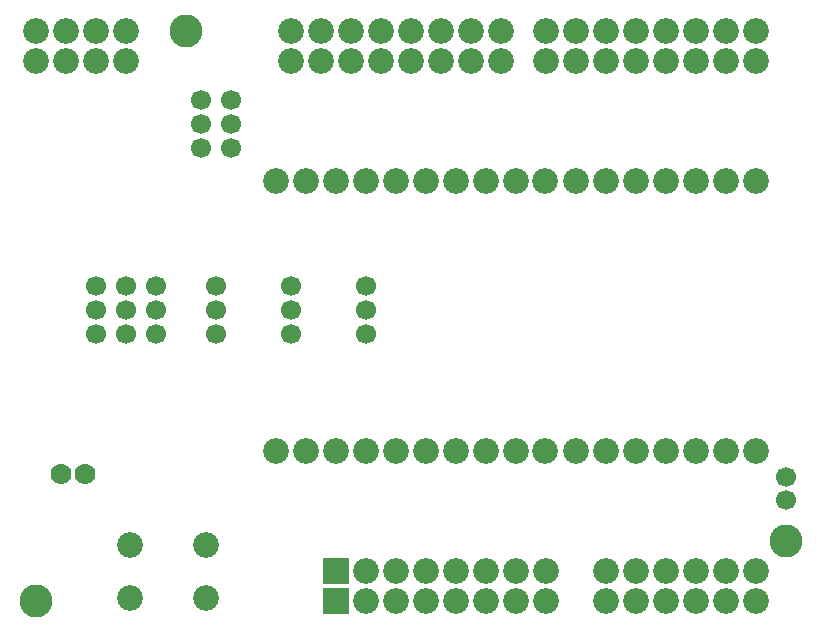
<source format=gbr>
G04 GERBER ASCII OUTPUT FROM: EDWINXP (VER. 1.61 REV. 20080315)*
G04 GERBER FORMAT: RX-274-X*
G04 BOARD: AMICUS_BLUETOOTH_SHIELD*
G04 ARTWORK OF SOLD.MASK POSITIVE*
%ASAXBY*%
%FSLAX23Y23*%
%MIA0B0*%
%MOIN*%
%OFA0.0000B0.0000*%
%SFA1B1*%
%IJA0B0*%
%INLAYER30POS*%
%IOA0B0*%
%IPPOS*%
%IR0*%
G04 APERTURE MACROS*
%AMEDWDONUT*
1,1,$1,$2,$3*
1,0,$4,$2,$3*
%
%AMEDWFRECT*
20,1,$1,$2,$3,$4,$5,$6*
%
%AMEDWORECT*
20,1,$1,$2,$3,$4,$5,$10*
20,1,$1,$4,$5,$6,$7,$10*
20,1,$1,$6,$7,$8,$9,$10*
20,1,$1,$8,$9,$2,$3,$10*
1,1,$1,$2,$3*
1,1,$1,$4,$5*
1,1,$1,$6,$7*
1,1,$1,$8,$9*
%
%AMEDWLINER*
20,1,$1,$2,$3,$4,$5,$6*
1,1,$1,$2,$3*
1,1,$1,$4,$5*
%
%AMEDWFTRNG*
4,1,3,$1,$2,$3,$4,$5,$6,$7,$8,$9*
%
%AMEDWATRNG*
4,1,3,$1,$2,$3,$4,$5,$6,$7,$8,$9*
20,1,$11,$1,$2,$3,$4,$10*
20,1,$11,$3,$4,$5,$6,$10*
20,1,$11,$5,$6,$7,$8,$10*
1,1,$11,$3,$4*
1,1,$11,$5,$6*
1,1,$11,$7,$8*
%
%AMEDWOTRNG*
20,1,$1,$2,$3,$4,$5,$8*
20,1,$1,$4,$5,$6,$7,$8*
20,1,$1,$6,$7,$2,$3,$8*
1,1,$1,$2,$3*
1,1,$1,$4,$5*
1,1,$1,$6,$7*
%
G04*
G04 APERTURE LIST*
%ADD10R,0.0500X0.0580*%
%ADD11R,0.0740X0.0820*%
%ADD12R,0.0400X0.0480*%
%ADD13R,0.0640X0.0720*%
%ADD14R,0.04724X0.05906*%
%ADD15R,0.07124X0.08306*%
%ADD16R,0.03937X0.05118*%
%ADD17R,0.06337X0.07518*%
%ADD18R,0.0860X0.0860*%
%ADD19R,0.1100X0.1100*%
%ADD20R,0.0700X0.0700*%
%ADD21R,0.0940X0.0940*%
%ADD22R,0.0700X0.0650*%
%ADD23R,0.0940X0.0890*%
%ADD24R,0.0600X0.0550*%
%ADD25R,0.0840X0.0790*%
%ADD26R,0.0650X0.0700*%
%ADD27R,0.0890X0.0940*%
%ADD28R,0.0550X0.0600*%
%ADD29R,0.0790X0.0840*%
%ADD30R,0.04724X0.06693*%
%ADD31R,0.07124X0.09093*%
%ADD32R,0.03937X0.05906*%
%ADD33R,0.06337X0.08306*%
%ADD34C,0.00039*%
%ADD36C,0.0010*%
%ADD38C,0.00118*%
%ADD40C,0.0020*%
%ADD41R,0.0020X0.0020*%
%ADD42C,0.00201*%
%ADD43R,0.00201X0.00201*%
%ADD44C,0.00259*%
%ADD45R,0.00259X0.00259*%
%ADD46C,0.0030*%
%ADD47R,0.0030X0.0030*%
%ADD48C,0.0040*%
%ADD49R,0.0040X0.0040*%
%ADD50C,0.00472*%
%ADD52C,0.0050*%
%ADD53R,0.0050X0.0050*%
%ADD54C,0.00512*%
%ADD55R,0.00512X0.00512*%
%ADD56C,0.00515*%
%ADD57R,0.00515X0.00515*%
%ADD58C,0.00551*%
%ADD59R,0.00551X0.00551*%
%ADD60C,0.00591*%
%ADD61R,0.00591X0.00591*%
%ADD62C,0.00616*%
%ADD63R,0.00616X0.00616*%
%ADD64C,0.00659*%
%ADD65R,0.00659X0.00659*%
%ADD66C,0.00672*%
%ADD67R,0.00672X0.00672*%
%ADD68C,0.00687*%
%ADD69R,0.00687X0.00687*%
%ADD70C,0.00787*%
%ADD71R,0.00787X0.00787*%
%ADD72C,0.00799*%
%ADD74C,0.0080*%
%ADD76C,0.00838*%
%ADD77R,0.00838X0.00838*%
%ADD78C,0.00928*%
%ADD79R,0.00928X0.00928*%
%ADD80C,0.00945*%
%ADD82C,0.00972*%
%ADD83R,0.00972X0.00972*%
%ADD84C,0.00984*%
%ADD85R,0.00984X0.00984*%
%ADD86C,0.0100*%
%ADD87R,0.0100X0.0100*%
%ADD88C,0.01115*%
%ADD89R,0.01115X0.01115*%
%ADD90C,0.01115*%
%ADD91R,0.01115X0.01115*%
%ADD92C,0.01181*%
%ADD94C,0.01187*%
%ADD95R,0.01187X0.01187*%
%ADD96C,0.0120*%
%ADD98C,0.01285*%
%ADD99R,0.01285X0.01285*%
%ADD100C,0.0130*%
%ADD102C,0.0130*%
%ADD103R,0.0130X0.0130*%
%ADD104C,0.01401*%
%ADD105R,0.01401X0.01401*%
%ADD106C,0.01428*%
%ADD107R,0.01428X0.01428*%
%ADD108C,0.0150*%
%ADD109R,0.0150X0.0150*%
%ADD110C,0.0157*%
%ADD111R,0.0157X0.0157*%
%ADD112C,0.0160*%
%ADD114C,0.01642*%
%ADD115R,0.01642X0.01642*%
%ADD116C,0.01713*%
%ADD117R,0.01713X0.01713*%
%ADD118C,0.01856*%
%ADD119R,0.01856X0.01856*%
%ADD120C,0.0187*%
%ADD121R,0.0187X0.0187*%
%ADD122C,0.01927*%
%ADD123R,0.01927X0.01927*%
%ADD124C,0.01969*%
%ADD125R,0.01969X0.01969*%
%ADD126C,0.0207*%
%ADD127R,0.0207X0.0207*%
%ADD128C,0.02094*%
%ADD129R,0.02094X0.02094*%
%ADD130C,0.02141*%
%ADD131R,0.02141X0.02141*%
%ADD132C,0.02284*%
%ADD133R,0.02284X0.02284*%
%ADD134C,0.02304*%
%ADD135R,0.02304X0.02304*%
%ADD136C,0.02355*%
%ADD137R,0.02355X0.02355*%
%ADD138C,0.02362*%
%ADD139R,0.02362X0.02362*%
%ADD140C,0.0240*%
%ADD141R,0.0240X0.0240*%
%ADD142C,0.0240*%
%ADD143R,0.0240X0.0240*%
%ADD144C,0.0250*%
%ADD145R,0.0250X0.0250*%
%ADD146C,0.02828*%
%ADD147R,0.02828X0.02828*%
%ADD148C,0.02855*%
%ADD149R,0.02855X0.02855*%
%ADD150C,0.0290*%
%ADD152C,0.02912*%
%ADD153R,0.02912X0.02912*%
%ADD154C,0.02926*%
%ADD155R,0.02926X0.02926*%
%ADD156C,0.02951*%
%ADD158C,0.02991*%
%ADD160C,0.0300*%
%ADD161R,0.0300X0.0300*%
%ADD162C,0.03038*%
%ADD163R,0.03038X0.03038*%
%ADD164C,0.03059*%
%ADD165R,0.03059X0.03059*%
%ADD166C,0.03099*%
%ADD167R,0.03099X0.03099*%
%ADD168C,0.03199*%
%ADD169R,0.03199X0.03199*%
%ADD170C,0.0320*%
%ADD171R,0.0320X0.0320*%
%ADD172C,0.03212*%
%ADD173R,0.03212X0.03212*%
%ADD174C,0.03238*%
%ADD175R,0.03238X0.03238*%
%ADD176C,0.03261*%
%ADD177R,0.03261X0.03261*%
%ADD178C,0.03272*%
%ADD179R,0.03272X0.03272*%
%ADD180C,0.03283*%
%ADD181R,0.03283X0.03283*%
%ADD182C,0.03328*%
%ADD183R,0.03328X0.03328*%
%ADD184C,0.03345*%
%ADD186C,0.03351*%
%ADD187R,0.03351X0.03351*%
%ADD188C,0.03355*%
%ADD189R,0.03355X0.03355*%
%ADD190C,0.03426*%
%ADD191R,0.03426X0.03426*%
%ADD192C,0.03456*%
%ADD193R,0.03456X0.03456*%
%ADD194C,0.03487*%
%ADD195R,0.03487X0.03487*%
%ADD196C,0.03498*%
%ADD197R,0.03498X0.03498*%
%ADD198C,0.0350*%
%ADD199R,0.0350X0.0350*%
%ADD200C,0.03561*%
%ADD201R,0.03561X0.03561*%
%ADD202C,0.03581*%
%ADD204C,0.0360*%
%ADD206C,0.0364*%
%ADD207R,0.0364X0.0364*%
%ADD208C,0.03665*%
%ADD209R,0.03665X0.03665*%
%ADD210C,0.03685*%
%ADD211R,0.03685X0.03685*%
%ADD212C,0.0370*%
%ADD214C,0.0377*%
%ADD215R,0.0377X0.0377*%
%ADD216C,0.03783*%
%ADD217R,0.03783X0.03783*%
%ADD218C,0.03828*%
%ADD219R,0.03828X0.03828*%
%ADD220C,0.0390*%
%ADD221R,0.0390X0.0390*%
%ADD222C,0.03937*%
%ADD223R,0.03937X0.03937*%
%ADD224C,0.0397*%
%ADD225R,0.0397X0.0397*%
%ADD226C,0.0400*%
%ADD227R,0.0400X0.0400*%
%ADD228C,0.04042*%
%ADD229R,0.04042X0.04042*%
%ADD230C,0.04113*%
%ADD231R,0.04113X0.04113*%
%ADD232C,0.04132*%
%ADD233R,0.04132X0.04132*%
%ADD234C,0.04173*%
%ADD235R,0.04173X0.04173*%
%ADD236C,0.04189*%
%ADD237R,0.04189X0.04189*%
%ADD238C,0.04211*%
%ADD239R,0.04211X0.04211*%
%ADD240C,0.04256*%
%ADD241R,0.04256X0.04256*%
%ADD242C,0.0427*%
%ADD243R,0.0427X0.0427*%
%ADD244C,0.04283*%
%ADD245R,0.04283X0.04283*%
%ADD246C,0.04327*%
%ADD247R,0.04327X0.04327*%
%ADD248C,0.0447*%
%ADD249R,0.0447X0.0447*%
%ADD250C,0.04494*%
%ADD251R,0.04494X0.04494*%
%ADD252C,0.04497*%
%ADD253R,0.04497X0.04497*%
%ADD254C,0.0450*%
%ADD255R,0.0450X0.0450*%
%ADD256C,0.04541*%
%ADD257R,0.04541X0.04541*%
%ADD258C,0.04684*%
%ADD259R,0.04684X0.04684*%
%ADD260C,0.0470*%
%ADD261R,0.0470X0.0470*%
%ADD262C,0.04704*%
%ADD263R,0.04704X0.04704*%
%ADD264C,0.04724*%
%ADD265R,0.04724X0.04724*%
%ADD266C,0.04755*%
%ADD267R,0.04755X0.04755*%
%ADD268C,0.04762*%
%ADD269R,0.04762X0.04762*%
%ADD270C,0.04791*%
%ADD271R,0.04791X0.04791*%
%ADD272C,0.0490*%
%ADD273R,0.0490X0.0490*%
%ADD274C,0.0500*%
%ADD275R,0.0500X0.0500*%
%ADD276C,0.05027*%
%ADD277R,0.05027X0.05027*%
%ADD278C,0.05068*%
%ADD279R,0.05068X0.05068*%
%ADD280C,0.05118*%
%ADD281R,0.05118X0.05118*%
%ADD282C,0.05228*%
%ADD283R,0.05228X0.05228*%
%ADD284C,0.05255*%
%ADD285R,0.05255X0.05255*%
%ADD286C,0.05326*%
%ADD287R,0.05326X0.05326*%
%ADD288C,0.05438*%
%ADD289R,0.05438X0.05438*%
%ADD290C,0.05499*%
%ADD291R,0.05499X0.05499*%
%ADD292C,0.05567*%
%ADD293R,0.05567X0.05567*%
%ADD294C,0.0560*%
%ADD295R,0.0560X0.0560*%
%ADD296C,0.05612*%
%ADD297R,0.05612X0.05612*%
%ADD298C,0.05661*%
%ADD299R,0.05661X0.05661*%
%ADD300C,0.05672*%
%ADD301R,0.05672X0.05672*%
%ADD302C,0.05683*%
%ADD303R,0.05683X0.05683*%
%ADD304C,0.0570*%
%ADD305R,0.0570X0.0570*%
%ADD306C,0.05726*%
%ADD307R,0.05726X0.05726*%
%ADD308C,0.05751*%
%ADD309R,0.05751X0.05751*%
%ADD310C,0.05755*%
%ADD311R,0.05755X0.05755*%
%ADD312C,0.05826*%
%ADD313R,0.05826X0.05826*%
%ADD314C,0.05843*%
%ADD315R,0.05843X0.05843*%
%ADD316C,0.05856*%
%ADD317R,0.05856X0.05856*%
%ADD318C,0.05887*%
%ADD319R,0.05887X0.05887*%
%ADD320C,0.05898*%
%ADD321R,0.05898X0.05898*%
%ADD322C,0.0590*%
%ADD323R,0.0590X0.0590*%
%ADD324C,0.05906*%
%ADD325R,0.05906X0.05906*%
%ADD326C,0.05961*%
%ADD327R,0.05961X0.05961*%
%ADD328C,0.0600*%
%ADD329R,0.0600X0.0600*%
%ADD330C,0.0604*%
%ADD331R,0.0604X0.0604*%
%ADD332C,0.06065*%
%ADD333R,0.06065X0.06065*%
%ADD334C,0.0617*%
%ADD335R,0.0617X0.0617*%
%ADD336C,0.06183*%
%ADD337R,0.06183X0.06183*%
%ADD338C,0.0620*%
%ADD340C,0.06201*%
%ADD342C,0.06337*%
%ADD343R,0.06337X0.06337*%
%ADD344C,0.06427*%
%ADD345R,0.06427X0.06427*%
%ADD346C,0.0650*%
%ADD347R,0.0650X0.0650*%
%ADD348C,0.06532*%
%ADD349R,0.06532X0.06532*%
%ADD350C,0.06589*%
%ADD351R,0.06589X0.06589*%
%ADD352C,0.06611*%
%ADD353R,0.06611X0.06611*%
%ADD354C,0.06683*%
%ADD355R,0.06683X0.06683*%
%ADD356C,0.06693*%
%ADD357R,0.06693X0.06693*%
%ADD358C,0.06897*%
%ADD359R,0.06897X0.06897*%
%ADD360C,0.0690*%
%ADD361R,0.0690X0.0690*%
%ADD362C,0.06906*%
%ADD363R,0.06906X0.06906*%
%ADD364C,0.0700*%
%ADD365R,0.0700X0.0700*%
%ADD366C,0.0710*%
%ADD367R,0.0710X0.0710*%
%ADD368C,0.07124*%
%ADD369R,0.07124X0.07124*%
%ADD370C,0.07191*%
%ADD371R,0.07191X0.07191*%
%ADD372C,0.07281*%
%ADD373R,0.07281X0.07281*%
%ADD374C,0.07352*%
%ADD375R,0.07352X0.07352*%
%ADD376C,0.07361*%
%ADD377R,0.07361X0.07361*%
%ADD378C,0.0740*%
%ADD379R,0.0740X0.0740*%
%ADD380C,0.07427*%
%ADD381R,0.07427X0.07427*%
%ADD382C,0.07468*%
%ADD383R,0.07468X0.07468*%
%ADD384C,0.07495*%
%ADD385R,0.07495X0.07495*%
%ADD386C,0.0750*%
%ADD387R,0.0750X0.0750*%
%ADD388C,0.07598*%
%ADD390C,0.0760*%
%ADD392C,0.07697*%
%ADD393R,0.07697X0.07697*%
%ADD394C,0.07709*%
%ADD395R,0.07709X0.07709*%
%ADD396C,0.07874*%
%ADD398C,0.07967*%
%ADD399R,0.07967X0.07967*%
%ADD400C,0.0800*%
%ADD401R,0.0800X0.0800*%
%ADD402C,0.0810*%
%ADD403R,0.0810X0.0810*%
%ADD404C,0.08126*%
%ADD405R,0.08126X0.08126*%
%ADD406C,0.08243*%
%ADD407R,0.08243X0.08243*%
%ADD408C,0.08306*%
%ADD409R,0.08306X0.08306*%
%ADD410C,0.08394*%
%ADD411R,0.08394X0.08394*%
%ADD412C,0.0840*%
%ADD413R,0.0840X0.0840*%
%ADD414C,0.08598*%
%ADD416C,0.0860*%
%ADD417R,0.0860X0.0860*%
%ADD418C,0.08601*%
%ADD420C,0.0870*%
%ADD421R,0.0870X0.0870*%
%ADD422C,0.08764*%
%ADD423R,0.08764X0.08764*%
%ADD424C,0.08827*%
%ADD425R,0.08827X0.08827*%
%ADD426C,0.0890*%
%ADD427R,0.0890X0.0890*%
%ADD428C,0.0891*%
%ADD429R,0.0891X0.0891*%
%ADD430C,0.0900*%
%ADD431R,0.0900X0.0900*%
%ADD432C,0.09039*%
%ADD433R,0.09039X0.09039*%
%ADD434C,0.09093*%
%ADD435R,0.09093X0.09093*%
%ADD436C,0.0940*%
%ADD437R,0.0940X0.0940*%
%ADD438C,0.09681*%
%ADD439R,0.09681X0.09681*%
%ADD440C,0.0970*%
%ADD441R,0.0970X0.0970*%
%ADD442C,0.09752*%
%ADD443R,0.09752X0.09752*%
%ADD444C,0.09761*%
%ADD445R,0.09761X0.09761*%
%ADD446C,0.09843*%
%ADD447R,0.09843X0.09843*%
%ADD448C,0.09895*%
%ADD449R,0.09895X0.09895*%
%ADD450C,0.0990*%
%ADD451R,0.0990X0.0990*%
%ADD452C,0.09922*%
%ADD453R,0.09922X0.09922*%
%ADD454C,0.09998*%
%ADD456C,0.1000*%
%ADD457R,0.1000X0.1000*%
%ADD458C,0.10072*%
%ADD459R,0.10072X0.10072*%
%ADD460C,0.10097*%
%ADD461R,0.10097X0.10097*%
%ADD462C,0.10109*%
%ADD463R,0.10109X0.10109*%
%ADD464C,0.10207*%
%ADD465R,0.10207X0.10207*%
%ADD466C,0.10274*%
%ADD468C,0.1040*%
%ADD469R,0.1040X0.1040*%
%ADD470C,0.1040*%
%ADD471R,0.1040X0.1040*%
%ADD472C,0.10794*%
%ADD473R,0.10794X0.10794*%
%ADD474C,0.10998*%
%ADD476C,0.1100*%
%ADD477R,0.1100X0.1100*%
%ADD478C,0.1110*%
%ADD479R,0.1110X0.1110*%
%ADD480C,0.11164*%
%ADD481R,0.11164X0.11164*%
%ADD482C,0.1120*%
%ADD483R,0.1120X0.1120*%
%ADD484C,0.1131*%
%ADD485R,0.1131X0.1131*%
%ADD486C,0.1140*%
%ADD487R,0.1140X0.1140*%
%ADD488C,0.11439*%
%ADD489R,0.11439X0.11439*%
%ADD490C,0.1150*%
%ADD491R,0.1150X0.1150*%
%ADD492C,0.1152*%
%ADD493R,0.1152X0.1152*%
%ADD494C,0.1200*%
%ADD495R,0.1200X0.1200*%
%ADD496C,0.1210*%
%ADD497R,0.1210X0.1210*%
%ADD498C,0.12322*%
%ADD499R,0.12322X0.12322*%
%ADD500C,0.1240*%
%ADD501R,0.1240X0.1240*%
%ADD502C,0.12472*%
%ADD503R,0.12472X0.12472*%
%ADD504C,0.1250*%
%ADD505R,0.1250X0.1250*%
%ADD506C,0.12526*%
%ADD507R,0.12526X0.12526*%
%ADD508C,0.12607*%
%ADD509R,0.12607X0.12607*%
%ADD510C,0.1280*%
%ADD511R,0.1280X0.1280*%
%ADD512C,0.12992*%
%ADD513R,0.12992X0.12992*%
%ADD514C,0.1300*%
%ADD515R,0.1300X0.1300*%
%ADD516C,0.1340*%
%ADD517R,0.1340X0.1340*%
%ADD518C,0.1390*%
%ADD519R,0.1390X0.1390*%
%ADD520C,0.1392*%
%ADD521R,0.1392X0.1392*%
%ADD522C,0.1420*%
%ADD523R,0.1420X0.1420*%
%ADD524C,0.1440*%
%ADD525R,0.1440X0.1440*%
%ADD526C,0.1490*%
%ADD527R,0.1490X0.1490*%
%ADD528C,0.14926*%
%ADD529R,0.14926X0.14926*%
%ADD530C,0.1520*%
%ADD531R,0.1520X0.1520*%
%ADD532C,0.15374*%
%ADD533R,0.15374X0.15374*%
%ADD534C,0.1540*%
%ADD535R,0.1540X0.1540*%
%ADD536C,0.1660*%
%ADD537R,0.1660X0.1660*%
%ADD538C,0.17177*%
%ADD539R,0.17177X0.17177*%
%ADD540C,0.17323*%
%ADD542C,0.1760*%
%ADD543R,0.1760X0.1760*%
%ADD544C,0.17774*%
%ADD545R,0.17774X0.17774*%
%ADD546C,0.18504*%
%ADD548C,0.18898*%
%ADD550C,0.19272*%
%ADD551R,0.19272X0.19272*%
%ADD552C,0.19577*%
%ADD553R,0.19577X0.19577*%
%ADD554C,0.1970*%
%ADD555R,0.1970X0.1970*%
%ADD556C,0.19772*%
%ADD557R,0.19772X0.19772*%
%ADD558C,0.20799*%
%ADD559R,0.20799X0.20799*%
%ADD560C,0.20904*%
%ADD562C,0.2126*%
%ADD564C,0.21298*%
%ADD566C,0.21672*%
%ADD567R,0.21672X0.21672*%
%ADD568C,0.2210*%
%ADD569R,0.2210X0.2210*%
%ADD570C,0.22172*%
%ADD571R,0.22172X0.22172*%
%ADD572C,0.22835*%
%ADD575R,0.23199X0.23199*%
%ADD577R,0.23622X0.23622*%
%ADD579R,0.24768X0.24768*%
%ADD581R,0.24937X0.24937*%
%ADD583R,0.26022X0.26022*%
%ADD585R,0.27168X0.27168*%
%ADD587R,0.27337X0.27337*%
%ADD589R,0.31496X0.31496*%
%ADD591R,0.32811X0.32811*%
%ADD593R,0.33069X0.33069*%
%ADD595R,0.33896X0.33896*%
%ADD597R,0.35211X0.35211*%
%ADD599R,0.35469X0.35469*%
%ADD601R,0.36403X0.36403*%
%ADD603R,0.38803X0.38803*%
%ADD605R,0.43702X0.43702*%
%ADD607R,0.46102X0.46102*%
%ADD609R,0.8652X0.8652*%
%ADD611R,0.8892X0.8892*%
%ADD612C,0.9892*%
%ADD613R,0.9892X0.9892*%
%ADD614C,1.0892*%
%ADD615R,1.0892X1.0892*%
%ADD616C,1.1892*%
%ADD617R,1.1892X1.1892*%
%ADD618C,1.2892*%
%ADD619R,1.2892X1.2892*%
%ADD620C,1.3892*%
%ADD621R,1.3892X1.3892*%
%ADD622C,1.4892*%
%ADD623R,1.4892X1.4892*%
%ADD624C,1.5892*%
%ADD625R,1.5892X1.5892*%
%ADD626C,1.6892*%
%ADD627R,1.6892X1.6892*%
%ADD628C,1.7892*%
%ADD629R,1.7892X1.7892*%
%ADD630C,1.8892*%
%ADD631R,1.8892X1.8892*%
%ADD632C,1.9892*%
%ADD633R,1.9892X1.9892*%
G04*
D364*
X263Y525D02*D03*
X184Y525D02*D03*
D416*
X2500Y600D02*D03*
X2400Y600D02*D03*
X2300Y600D02*D03*
X2200Y600D02*D03*
X2100Y600D02*D03*
X1999Y600D02*D03*
X1901Y600D02*D03*
X1797Y600D02*D03*
X1700Y600D02*D03*
X1600Y600D02*D03*
X1500Y600D02*D03*
X1400Y600D02*D03*
X1300Y600D02*D03*
X1200Y600D02*D03*
X1100Y600D02*D03*
X1000Y600D02*D03*
X900Y600D02*D03*
X2500Y1500D02*D03*
X2400Y1500D02*D03*
X2300Y1500D02*D03*
X2200Y1500D02*D03*
X2100Y1500D02*D03*
X1999Y1500D02*D03*
X1901Y1500D02*D03*
X1797Y1500D02*D03*
X1700Y1500D02*D03*
X1600Y1500D02*D03*
X1500Y1500D02*D03*
X1400Y1500D02*D03*
X1300Y1500D02*D03*
X1200Y1500D02*D03*
X1100Y1500D02*D03*
X1000Y1500D02*D03*
X900Y1500D02*D03*
X1800Y2000D02*D03*
X1900Y2000D02*D03*
X2000Y2000D02*D03*
X2100Y2000D02*D03*
X2200Y2000D02*D03*
X2300Y2000D02*D03*
X2400Y2000D02*D03*
X2500Y2000D02*D03*
X1300Y100D02*D03*
X1400Y100D02*D03*
X1500Y100D02*D03*
X1600Y100D02*D03*
X1700Y100D02*D03*
X1800Y100D02*D03*
X950Y2000D02*D03*
X1050Y2000D02*D03*
X1150Y2000D02*D03*
X1250Y2000D02*D03*
X1350Y2000D02*D03*
X1450Y2000D02*D03*
X1550Y2000D02*D03*
X1650Y2000D02*D03*
X2000Y100D02*D03*
X2100Y100D02*D03*
X2200Y100D02*D03*
X2300Y100D02*D03*
X2400Y100D02*D03*
X2500Y100D02*D03*
D18* 
X1100Y200D02*D03*
D416*
X1200Y200D02*D03*
X1300Y200D02*D03*
X1400Y200D02*D03*
X1500Y200D02*D03*
X1600Y200D02*D03*
X1700Y200D02*D03*
X1800Y200D02*D03*
X100Y1900D02*D03*
X200Y1900D02*D03*
X300Y1900D02*D03*
X400Y1900D02*D03*
X2000Y200D02*D03*
X2100Y200D02*D03*
X2200Y200D02*D03*
X2300Y200D02*D03*
X2400Y200D02*D03*
X2500Y200D02*D03*
X950Y1900D02*D03*
X1050Y1900D02*D03*
X1150Y1900D02*D03*
X1250Y1900D02*D03*
X1350Y1900D02*D03*
X1450Y1900D02*D03*
X1550Y1900D02*D03*
X1650Y1900D02*D03*
X1800Y1900D02*D03*
X1900Y1900D02*D03*
X2000Y1900D02*D03*
X2100Y1900D02*D03*
X2200Y1900D02*D03*
X2300Y1900D02*D03*
X2400Y1900D02*D03*
X2500Y1900D02*D03*
D414*
X668Y110D02*D03*
X668Y288D02*D03*
X413Y288D02*D03*
X413Y110D02*D03*
D356*
X1200Y1150D02*D03*
X1200Y1071D02*D03*
X1200Y993D02*D03*
X950Y1150D02*D03*
X950Y1071D02*D03*
X950Y993D02*D03*
X700Y1150D02*D03*
X700Y1071D02*D03*
X700Y993D02*D03*
X500Y1150D02*D03*
X500Y1071D02*D03*
X500Y993D02*D03*
X400Y1150D02*D03*
X400Y1071D02*D03*
X400Y993D02*D03*
X300Y1150D02*D03*
X300Y1071D02*D03*
X300Y993D02*D03*
D416*
X100Y2000D02*D03*
X200Y2000D02*D03*
X300Y2000D02*D03*
X400Y2000D02*D03*
D356*
X2600Y438D02*D03*
X2600Y516D02*D03*
X750Y1613D02*D03*
X750Y1691D02*D03*
X750Y1770D02*D03*
X650Y1613D02*D03*
X650Y1691D02*D03*
X650Y1770D02*D03*
D18* 
X1100Y100D02*D03*
D416*
X1200Y100D02*D03*
D476*
X100Y100D02*D03*
X600Y2000D02*D03*
X2600Y300D02*D03*
M02*

</source>
